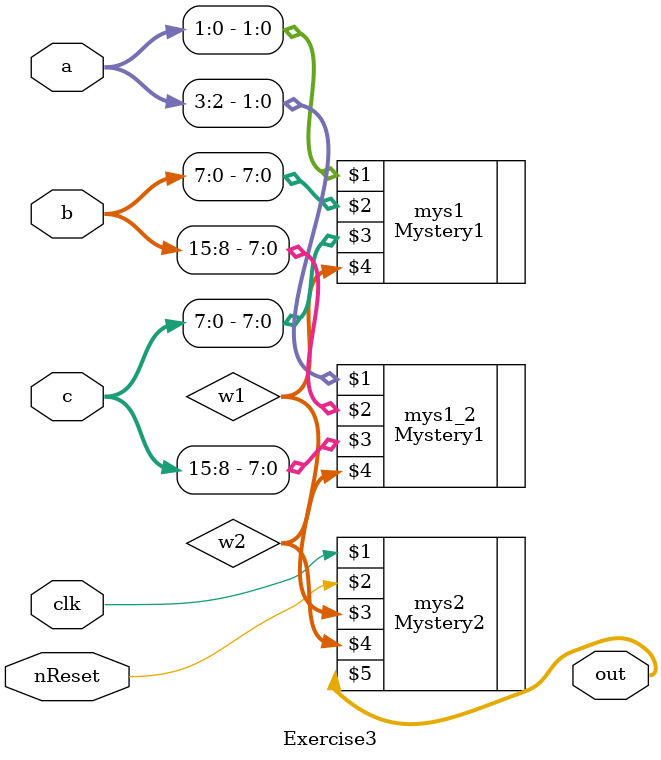
<source format=sv>
`include "Mysteries\Mystery1.sv"
`include "Mysteries\Mystery2.sv"

module Exercise3 (
    input clk,
    input nReset,
    input [3:0] a,
    input [15:0] b,
    input [15:0] c,
    output [15:0] out
);


wire [7:0] w1;
wire [15:0] w2;


Mystery1 mys1(a[1:0],b[7:0],c[7:0],w1);
Mystery1 mys1_2(a[3:2],b[15:8],c[15:8],w2);
Mystery2 mys2(clk,nReset,w1,w2,out);



endmodule

</source>
